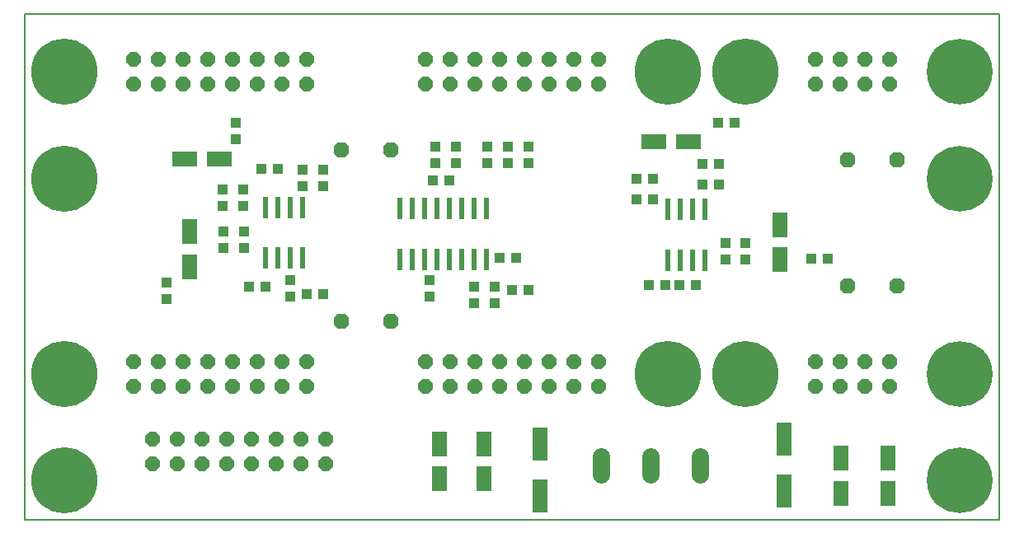
<source format=gts>
G75*
%MOIN*%
%OFA0B0*%
%FSLAX25Y25*%
%IPPOS*%
%LPD*%
%AMOC8*
5,1,8,0,0,1.08239X$1,22.5*
%
%ADD10C,0.00591*%
%ADD11R,0.02362X0.08661*%
%ADD12OC8,0.06300*%
%ADD13R,0.03937X0.04331*%
%ADD14R,0.04331X0.03937*%
%ADD15OC8,0.06000*%
%ADD16C,0.07050*%
%ADD17R,0.06299X0.13780*%
%ADD18R,0.06299X0.10236*%
%ADD19R,0.10236X0.06299*%
%ADD20C,0.26772*%
%ADD21C,0.26575*%
D10*
X0001800Y0002213D02*
X0001800Y0206937D01*
X0395501Y0206937D01*
X0395501Y0002213D01*
X0001800Y0002213D01*
D11*
X0098954Y0107953D03*
X0103954Y0107953D03*
X0108954Y0107953D03*
X0113954Y0107953D03*
X0113954Y0128425D03*
X0108954Y0128425D03*
X0103954Y0128425D03*
X0098954Y0128425D03*
X0153284Y0127976D03*
X0158284Y0127976D03*
X0163284Y0127976D03*
X0168284Y0127976D03*
X0173284Y0127976D03*
X0178284Y0127976D03*
X0183284Y0127976D03*
X0188284Y0127976D03*
X0188284Y0107504D03*
X0183284Y0107504D03*
X0178284Y0107504D03*
X0173284Y0107504D03*
X0168284Y0107504D03*
X0163284Y0107504D03*
X0158284Y0107504D03*
X0153284Y0107504D03*
X0261591Y0107165D03*
X0266591Y0107165D03*
X0271591Y0107165D03*
X0276591Y0107165D03*
X0276591Y0127638D03*
X0271591Y0127638D03*
X0266591Y0127638D03*
X0261591Y0127638D03*
D12*
X0334320Y0147882D03*
X0354320Y0147882D03*
X0354320Y0096701D03*
X0334320Y0096701D03*
X0149595Y0082528D03*
X0129595Y0082528D03*
X0129595Y0151819D03*
X0149595Y0151819D03*
D13*
X0103965Y0144142D03*
X0097272Y0144142D03*
X0089989Y0135874D03*
X0081721Y0135874D03*
X0081721Y0129181D03*
X0089989Y0129181D03*
X0090186Y0118945D03*
X0081918Y0118945D03*
X0081918Y0112252D03*
X0090186Y0112252D03*
X0092280Y0096567D03*
X0098973Y0096567D03*
X0115776Y0093417D03*
X0122469Y0093417D03*
X0183422Y0096575D03*
X0183422Y0089882D03*
X0198650Y0095126D03*
X0205343Y0095126D03*
X0253965Y0097094D03*
X0260658Y0097094D03*
X0266367Y0097094D03*
X0273060Y0097094D03*
X0284871Y0107331D03*
X0293139Y0107331D03*
X0293139Y0114024D03*
X0284871Y0114024D03*
X0319517Y0107724D03*
X0326209Y0107724D03*
X0282375Y0137780D03*
X0275682Y0137780D03*
X0275690Y0145976D03*
X0282383Y0145976D03*
X0282115Y0162843D03*
X0288808Y0162843D03*
D14*
X0255737Y0140008D03*
X0249044Y0140008D03*
X0249044Y0131740D03*
X0255737Y0131740D03*
X0205146Y0146307D03*
X0196879Y0146307D03*
X0188808Y0146307D03*
X0188808Y0153000D03*
X0196879Y0153000D03*
X0205146Y0153000D03*
X0175816Y0153000D03*
X0167548Y0153000D03*
X0167548Y0146307D03*
X0175816Y0146307D03*
X0173257Y0139417D03*
X0166564Y0139417D03*
X0122272Y0137252D03*
X0114107Y0137173D03*
X0114107Y0143866D03*
X0122272Y0143945D03*
X0086839Y0156150D03*
X0086839Y0162843D03*
X0193729Y0108118D03*
X0200422Y0108118D03*
X0191761Y0096504D03*
X0191761Y0089811D03*
X0165186Y0092567D03*
X0165186Y0099260D03*
X0108950Y0099000D03*
X0108950Y0092307D03*
X0059083Y0091386D03*
X0059083Y0098079D03*
D15*
X0055540Y0066268D03*
X0045540Y0066268D03*
X0045540Y0056268D03*
X0055540Y0056268D03*
X0065540Y0056268D03*
X0075540Y0056268D03*
X0085540Y0056268D03*
X0095540Y0056268D03*
X0105540Y0056268D03*
X0115540Y0056268D03*
X0115540Y0066268D03*
X0105540Y0066268D03*
X0095540Y0066268D03*
X0085540Y0066268D03*
X0075540Y0066268D03*
X0065540Y0066268D03*
X0063414Y0034772D03*
X0053414Y0034772D03*
X0053414Y0024772D03*
X0063414Y0024772D03*
X0073414Y0024772D03*
X0083414Y0024772D03*
X0093414Y0024772D03*
X0103414Y0024772D03*
X0113414Y0024772D03*
X0123414Y0024772D03*
X0123414Y0034772D03*
X0113414Y0034772D03*
X0103414Y0034772D03*
X0093414Y0034772D03*
X0083414Y0034772D03*
X0073414Y0034772D03*
X0163650Y0056268D03*
X0173650Y0056268D03*
X0183650Y0056268D03*
X0193650Y0056268D03*
X0203650Y0056268D03*
X0213650Y0056268D03*
X0223650Y0056268D03*
X0233650Y0056268D03*
X0233650Y0066268D03*
X0223650Y0066268D03*
X0213650Y0066268D03*
X0203650Y0066268D03*
X0193650Y0066268D03*
X0183650Y0066268D03*
X0173650Y0066268D03*
X0163650Y0066268D03*
X0321446Y0066268D03*
X0331446Y0066268D03*
X0341446Y0066268D03*
X0351446Y0066268D03*
X0351446Y0056268D03*
X0341446Y0056268D03*
X0331446Y0056268D03*
X0321446Y0056268D03*
X0321446Y0178315D03*
X0331446Y0178315D03*
X0341446Y0178315D03*
X0351446Y0178315D03*
X0351446Y0188315D03*
X0341446Y0188315D03*
X0331446Y0188315D03*
X0321446Y0188315D03*
X0233650Y0188315D03*
X0223650Y0188315D03*
X0213650Y0188315D03*
X0203650Y0188315D03*
X0193650Y0188315D03*
X0183650Y0188315D03*
X0173650Y0188315D03*
X0163650Y0188315D03*
X0163650Y0178315D03*
X0173650Y0178315D03*
X0183650Y0178315D03*
X0193650Y0178315D03*
X0203650Y0178315D03*
X0213650Y0178315D03*
X0223650Y0178315D03*
X0233650Y0178315D03*
X0115540Y0178315D03*
X0105540Y0178315D03*
X0095540Y0178315D03*
X0085540Y0178315D03*
X0075540Y0178315D03*
X0065540Y0178315D03*
X0055540Y0178315D03*
X0045540Y0178315D03*
X0045540Y0188315D03*
X0055540Y0188315D03*
X0065540Y0188315D03*
X0075540Y0188315D03*
X0085540Y0188315D03*
X0095540Y0188315D03*
X0105540Y0188315D03*
X0115540Y0188315D03*
D16*
X0234556Y0027647D02*
X0234556Y0020597D01*
X0254556Y0020597D02*
X0254556Y0027647D01*
X0274556Y0027647D02*
X0274556Y0020597D01*
D17*
X0308493Y0013630D03*
X0308493Y0034890D03*
X0210068Y0032921D03*
X0210068Y0011661D03*
D18*
X0187430Y0018748D03*
X0169320Y0018748D03*
X0169320Y0032921D03*
X0187430Y0032921D03*
X0068335Y0104575D03*
X0068335Y0118748D03*
X0307115Y0121504D03*
X0307115Y0107331D03*
X0331721Y0027016D03*
X0350619Y0027016D03*
X0350619Y0012843D03*
X0331721Y0012843D03*
D19*
X0080343Y0148079D03*
X0066170Y0148079D03*
X0255934Y0155165D03*
X0270107Y0155165D03*
D20*
X0261643Y0183315D03*
X0293139Y0183315D03*
X0293139Y0061268D03*
X0261643Y0061268D03*
X0017548Y0061268D03*
X0017548Y0017961D03*
X0017548Y0140008D03*
X0017548Y0183315D03*
D21*
X0379753Y0183315D03*
X0379753Y0140008D03*
X0379753Y0061268D03*
X0379753Y0017961D03*
M02*

</source>
